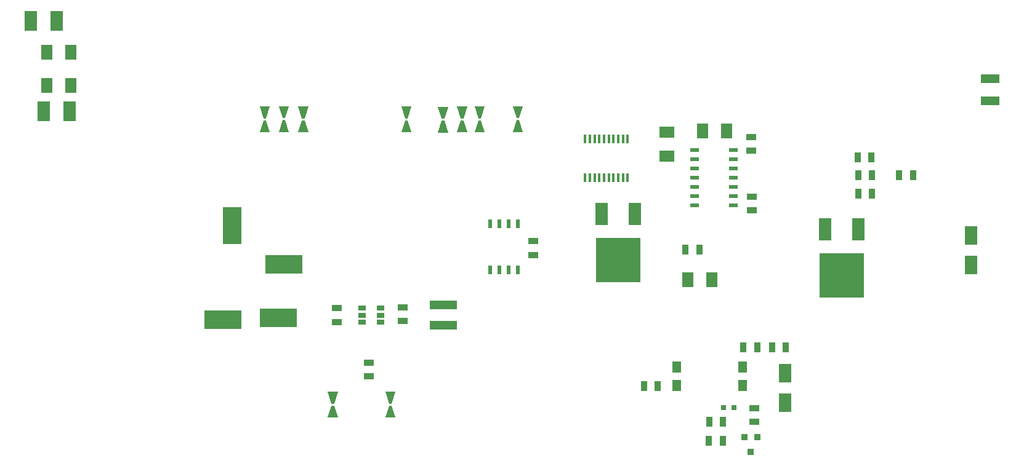
<source format=gtp>
G04 (created by PCBNEW (2013-07-07 BZR 4022)-stable) date 3/25/2014 12:52:53 AM*
%MOIN*%
G04 Gerber Fmt 3.4, Leading zero omitted, Abs format*
%FSLAX34Y34*%
G01*
G70*
G90*
G04 APERTURE LIST*
%ADD10C,0.006*%
%ADD11R,0.065X0.12*%
%ADD12R,0.24X0.24*%
%ADD13R,0.036X0.036*%
%ADD14R,0.0669291X0.0984252*%
%ADD15R,0.035X0.055*%
%ADD16R,0.055X0.035*%
%ADD17R,0.0314X0.0314*%
%ADD18R,0.0511811X0.0590551*%
%ADD19R,0.016X0.05*%
%ADD20R,0.045X0.02*%
%ADD21R,0.06X0.08*%
%ADD22R,0.08X0.06*%
%ADD23R,0.02X0.045*%
%ADD24R,0.07X0.11*%
%ADD25R,0.0394X0.0276*%
%ADD26R,0.145669X0.0472441*%
%ADD27R,0.2X0.1*%
%ADD28R,0.1X0.2*%
%ADD29R,0.1X0.05*%
G04 APERTURE END LIST*
G54D10*
G54D11*
X80610Y-60000D03*
G54D12*
X79710Y-62500D03*
G54D11*
X78810Y-60000D03*
X68506Y-59180D03*
G54D12*
X67606Y-61680D03*
G54D11*
X66706Y-59180D03*
G54D13*
X74415Y-71250D03*
X75115Y-71250D03*
X74765Y-72050D03*
G54D14*
X76620Y-69405D03*
X76620Y-67805D03*
G54D15*
X72505Y-71475D03*
X73255Y-71475D03*
X72530Y-70430D03*
X73280Y-70430D03*
X74375Y-66400D03*
X75125Y-66400D03*
X68990Y-68490D03*
X69740Y-68490D03*
X76665Y-66410D03*
X75915Y-66410D03*
G54D16*
X74975Y-69695D03*
X74975Y-70445D03*
G54D17*
X73875Y-69670D03*
X73285Y-69670D03*
G54D18*
X70770Y-67480D03*
X70770Y-68480D03*
X74320Y-68480D03*
X74320Y-67480D03*
G54D19*
X68110Y-55110D03*
X67860Y-55110D03*
X67600Y-55110D03*
X67340Y-55110D03*
X67090Y-55110D03*
X66830Y-55110D03*
X66570Y-55110D03*
X66320Y-55110D03*
X66060Y-55110D03*
X65810Y-55110D03*
X65810Y-57210D03*
X66060Y-57210D03*
X66320Y-57210D03*
X66570Y-57210D03*
X66830Y-57210D03*
X67090Y-57210D03*
X67340Y-57210D03*
X67600Y-57210D03*
X67860Y-57210D03*
X68110Y-57210D03*
G54D20*
X71718Y-55684D03*
X71718Y-56184D03*
X71718Y-56684D03*
X71718Y-57184D03*
X71718Y-57684D03*
X71718Y-58184D03*
X71718Y-58684D03*
X73818Y-58684D03*
X73818Y-58184D03*
X73818Y-57684D03*
X73818Y-57184D03*
X73818Y-56684D03*
X73818Y-56184D03*
X73818Y-55684D03*
G54D21*
X72166Y-54652D03*
X73466Y-54652D03*
G54D22*
X70217Y-56022D03*
X70217Y-54722D03*
G54D15*
X80591Y-58056D03*
X81341Y-58056D03*
G54D16*
X74836Y-58981D03*
X74836Y-58231D03*
X74794Y-55747D03*
X74794Y-54997D03*
G54D15*
X80581Y-57056D03*
X81331Y-57056D03*
X80551Y-56096D03*
X81301Y-56096D03*
G54D16*
X54100Y-67975D03*
X54100Y-67225D03*
G54D23*
X62170Y-62213D03*
X61670Y-62213D03*
X61170Y-62213D03*
X60670Y-62213D03*
X60670Y-59713D03*
X61170Y-59713D03*
X61670Y-59713D03*
X62170Y-59713D03*
G54D14*
X86700Y-61935D03*
X86700Y-60335D03*
G54D21*
X71375Y-62730D03*
X72675Y-62730D03*
G54D16*
X62990Y-60645D03*
X62990Y-61395D03*
G54D24*
X36500Y-53600D03*
X37900Y-53600D03*
G54D21*
X37950Y-52200D03*
X36650Y-52200D03*
X36650Y-50400D03*
X37950Y-50400D03*
G54D24*
X35800Y-48700D03*
X37200Y-48700D03*
G54D25*
X53725Y-65025D03*
X53725Y-64650D03*
X53725Y-64275D03*
X54725Y-64275D03*
X54725Y-64650D03*
X54725Y-65025D03*
G54D16*
X52355Y-64280D03*
X52355Y-65030D03*
X55925Y-64225D03*
X55925Y-64975D03*
G54D26*
X58140Y-64100D03*
X58140Y-65202D03*
G54D27*
X49500Y-61900D03*
X49200Y-64800D03*
X46200Y-64900D03*
G54D28*
X46700Y-59800D03*
G54D10*
G36*
X58875Y-53340D02*
X59425Y-53340D01*
X59225Y-53990D01*
X59075Y-53990D01*
X58875Y-53340D01*
X58875Y-53340D01*
G37*
G36*
X58875Y-54740D02*
X59075Y-54090D01*
X59225Y-54090D01*
X59425Y-54740D01*
X58875Y-54740D01*
X58875Y-54740D01*
G37*
G36*
X59815Y-53340D02*
X60365Y-53340D01*
X60165Y-53990D01*
X60015Y-53990D01*
X59815Y-53340D01*
X59815Y-53340D01*
G37*
G36*
X59815Y-54740D02*
X60015Y-54090D01*
X60165Y-54090D01*
X60365Y-54740D01*
X59815Y-54740D01*
X59815Y-54740D01*
G37*
G36*
X55855Y-53340D02*
X56405Y-53340D01*
X56205Y-53990D01*
X56055Y-53990D01*
X55855Y-53340D01*
X55855Y-53340D01*
G37*
G36*
X55855Y-54740D02*
X56055Y-54090D01*
X56205Y-54090D01*
X56405Y-54740D01*
X55855Y-54740D01*
X55855Y-54740D01*
G37*
G36*
X50270Y-53335D02*
X50820Y-53335D01*
X50620Y-53985D01*
X50470Y-53985D01*
X50270Y-53335D01*
X50270Y-53335D01*
G37*
G36*
X50270Y-54735D02*
X50470Y-54085D01*
X50620Y-54085D01*
X50820Y-54735D01*
X50270Y-54735D01*
X50270Y-54735D01*
G37*
G36*
X49225Y-53330D02*
X49775Y-53330D01*
X49575Y-53980D01*
X49425Y-53980D01*
X49225Y-53330D01*
X49225Y-53330D01*
G37*
G36*
X49225Y-54730D02*
X49425Y-54080D01*
X49575Y-54080D01*
X49775Y-54730D01*
X49225Y-54730D01*
X49225Y-54730D01*
G37*
G36*
X61895Y-53330D02*
X62445Y-53330D01*
X62245Y-53980D01*
X62095Y-53980D01*
X61895Y-53330D01*
X61895Y-53330D01*
G37*
G36*
X61895Y-54730D02*
X62095Y-54080D01*
X62245Y-54080D01*
X62445Y-54730D01*
X61895Y-54730D01*
X61895Y-54730D01*
G37*
G36*
X54995Y-68805D02*
X55545Y-68805D01*
X55345Y-69455D01*
X55195Y-69455D01*
X54995Y-68805D01*
X54995Y-68805D01*
G37*
G36*
X54995Y-70205D02*
X55195Y-69555D01*
X55345Y-69555D01*
X55545Y-70205D01*
X54995Y-70205D01*
X54995Y-70205D01*
G37*
G36*
X51880Y-68800D02*
X52430Y-68800D01*
X52230Y-69450D01*
X52080Y-69450D01*
X51880Y-68800D01*
X51880Y-68800D01*
G37*
G36*
X51880Y-70200D02*
X52080Y-69550D01*
X52230Y-69550D01*
X52430Y-70200D01*
X51880Y-70200D01*
X51880Y-70200D01*
G37*
G36*
X57845Y-53350D02*
X58395Y-53350D01*
X58195Y-54000D01*
X58045Y-54000D01*
X57845Y-53350D01*
X57845Y-53350D01*
G37*
G36*
X57845Y-54750D02*
X58045Y-54100D01*
X58195Y-54100D01*
X58395Y-54750D01*
X57845Y-54750D01*
X57845Y-54750D01*
G37*
G36*
X48195Y-53340D02*
X48745Y-53340D01*
X48545Y-53990D01*
X48395Y-53990D01*
X48195Y-53340D01*
X48195Y-53340D01*
G37*
G36*
X48195Y-54740D02*
X48395Y-54090D01*
X48545Y-54090D01*
X48745Y-54740D01*
X48195Y-54740D01*
X48195Y-54740D01*
G37*
G54D29*
X87735Y-51825D03*
X87735Y-53025D03*
G54D15*
X82805Y-57050D03*
X83555Y-57050D03*
X71995Y-61110D03*
X71245Y-61110D03*
M02*

</source>
